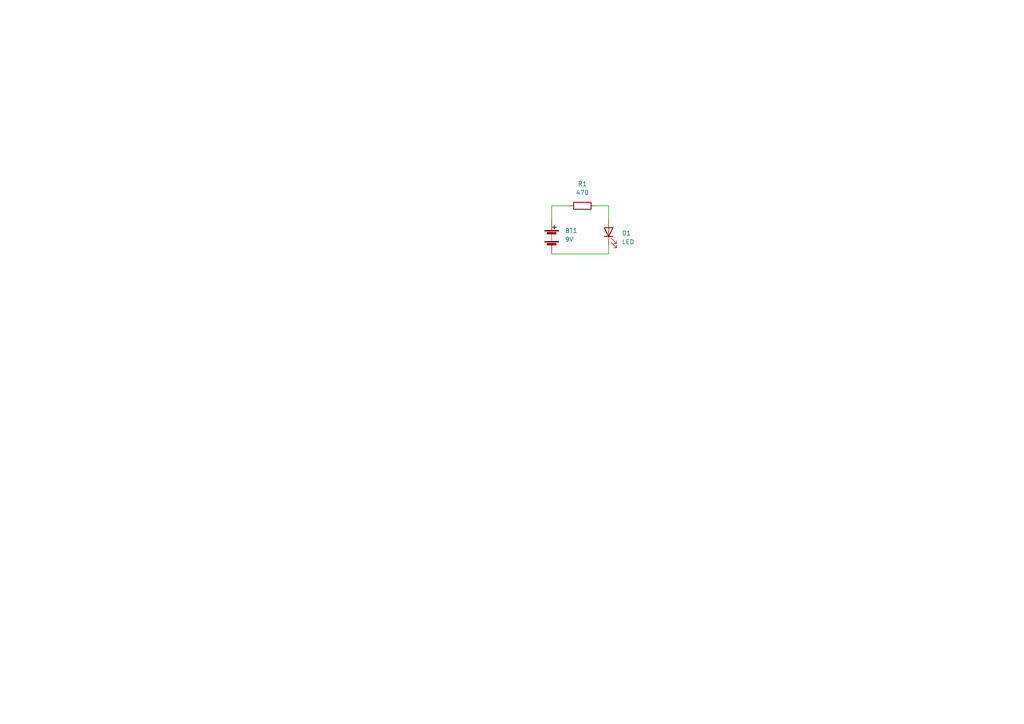
<source format=kicad_sch>
(kicad_sch (version 20211123) (generator eeschema)

  (uuid a50f5046-faee-4d9f-8223-b83c5c251b21)

  (paper "A4")

  (lib_symbols
    (symbol "Device:Battery" (pin_numbers hide) (pin_names (offset 0) hide) (in_bom yes) (on_board yes)
      (property "Reference" "BT" (id 0) (at 2.54 2.54 0)
        (effects (font (size 1.27 1.27)) (justify left))
      )
      (property "Value" "Battery" (id 1) (at 2.54 0 0)
        (effects (font (size 1.27 1.27)) (justify left))
      )
      (property "Footprint" "" (id 2) (at 0 1.524 90)
        (effects (font (size 1.27 1.27)) hide)
      )
      (property "Datasheet" "~" (id 3) (at 0 1.524 90)
        (effects (font (size 1.27 1.27)) hide)
      )
      (property "ki_keywords" "batt voltage-source cell" (id 4) (at 0 0 0)
        (effects (font (size 1.27 1.27)) hide)
      )
      (property "ki_description" "Multiple-cell battery" (id 5) (at 0 0 0)
        (effects (font (size 1.27 1.27)) hide)
      )
      (symbol "Battery_0_1"
        (rectangle (start -2.032 -1.397) (end 2.032 -1.651)
          (stroke (width 0) (type default) (color 0 0 0 0))
          (fill (type outline))
        )
        (rectangle (start -2.032 1.778) (end 2.032 1.524)
          (stroke (width 0) (type default) (color 0 0 0 0))
          (fill (type outline))
        )
        (rectangle (start -1.3208 -1.9812) (end 1.27 -2.4892)
          (stroke (width 0) (type default) (color 0 0 0 0))
          (fill (type outline))
        )
        (rectangle (start -1.3208 1.1938) (end 1.27 0.6858)
          (stroke (width 0) (type default) (color 0 0 0 0))
          (fill (type outline))
        )
        (polyline
          (pts
            (xy 0 -1.524)
            (xy 0 -1.27)
          )
          (stroke (width 0) (type default) (color 0 0 0 0))
          (fill (type none))
        )
        (polyline
          (pts
            (xy 0 -1.016)
            (xy 0 -0.762)
          )
          (stroke (width 0) (type default) (color 0 0 0 0))
          (fill (type none))
        )
        (polyline
          (pts
            (xy 0 -0.508)
            (xy 0 -0.254)
          )
          (stroke (width 0) (type default) (color 0 0 0 0))
          (fill (type none))
        )
        (polyline
          (pts
            (xy 0 0)
            (xy 0 0.254)
          )
          (stroke (width 0) (type default) (color 0 0 0 0))
          (fill (type none))
        )
        (polyline
          (pts
            (xy 0 0.508)
            (xy 0 0.762)
          )
          (stroke (width 0) (type default) (color 0 0 0 0))
          (fill (type none))
        )
        (polyline
          (pts
            (xy 0 1.778)
            (xy 0 2.54)
          )
          (stroke (width 0) (type default) (color 0 0 0 0))
          (fill (type none))
        )
        (polyline
          (pts
            (xy 0.254 2.667)
            (xy 1.27 2.667)
          )
          (stroke (width 0.254) (type default) (color 0 0 0 0))
          (fill (type none))
        )
        (polyline
          (pts
            (xy 0.762 3.175)
            (xy 0.762 2.159)
          )
          (stroke (width 0.254) (type default) (color 0 0 0 0))
          (fill (type none))
        )
      )
      (symbol "Battery_1_1"
        (pin passive line (at 0 5.08 270) (length 2.54)
          (name "+" (effects (font (size 1.27 1.27))))
          (number "1" (effects (font (size 1.27 1.27))))
        )
        (pin passive line (at 0 -5.08 90) (length 2.54)
          (name "-" (effects (font (size 1.27 1.27))))
          (number "2" (effects (font (size 1.27 1.27))))
        )
      )
    )
    (symbol "Device:LED" (pin_numbers hide) (pin_names (offset 1.016) hide) (in_bom yes) (on_board yes)
      (property "Reference" "D" (id 0) (at 0 2.54 0)
        (effects (font (size 1.27 1.27)))
      )
      (property "Value" "LED" (id 1) (at 0 -2.54 0)
        (effects (font (size 1.27 1.27)))
      )
      (property "Footprint" "" (id 2) (at 0 0 0)
        (effects (font (size 1.27 1.27)) hide)
      )
      (property "Datasheet" "~" (id 3) (at 0 0 0)
        (effects (font (size 1.27 1.27)) hide)
      )
      (property "ki_keywords" "LED diode" (id 4) (at 0 0 0)
        (effects (font (size 1.27 1.27)) hide)
      )
      (property "ki_description" "Light emitting diode" (id 5) (at 0 0 0)
        (effects (font (size 1.27 1.27)) hide)
      )
      (property "ki_fp_filters" "LED* LED_SMD:* LED_THT:*" (id 6) (at 0 0 0)
        (effects (font (size 1.27 1.27)) hide)
      )
      (symbol "LED_0_1"
        (polyline
          (pts
            (xy -1.27 -1.27)
            (xy -1.27 1.27)
          )
          (stroke (width 0.254) (type default) (color 0 0 0 0))
          (fill (type none))
        )
        (polyline
          (pts
            (xy -1.27 0)
            (xy 1.27 0)
          )
          (stroke (width 0) (type default) (color 0 0 0 0))
          (fill (type none))
        )
        (polyline
          (pts
            (xy 1.27 -1.27)
            (xy 1.27 1.27)
            (xy -1.27 0)
            (xy 1.27 -1.27)
          )
          (stroke (width 0.254) (type default) (color 0 0 0 0))
          (fill (type none))
        )
        (polyline
          (pts
            (xy -3.048 -0.762)
            (xy -4.572 -2.286)
            (xy -3.81 -2.286)
            (xy -4.572 -2.286)
            (xy -4.572 -1.524)
          )
          (stroke (width 0) (type default) (color 0 0 0 0))
          (fill (type none))
        )
        (polyline
          (pts
            (xy -1.778 -0.762)
            (xy -3.302 -2.286)
            (xy -2.54 -2.286)
            (xy -3.302 -2.286)
            (xy -3.302 -1.524)
          )
          (stroke (width 0) (type default) (color 0 0 0 0))
          (fill (type none))
        )
      )
      (symbol "LED_1_1"
        (pin passive line (at -3.81 0 0) (length 2.54)
          (name "K" (effects (font (size 1.27 1.27))))
          (number "1" (effects (font (size 1.27 1.27))))
        )
        (pin passive line (at 3.81 0 180) (length 2.54)
          (name "A" (effects (font (size 1.27 1.27))))
          (number "2" (effects (font (size 1.27 1.27))))
        )
      )
    )
    (symbol "Device:R" (pin_numbers hide) (pin_names (offset 0)) (in_bom yes) (on_board yes)
      (property "Reference" "R" (id 0) (at 2.032 0 90)
        (effects (font (size 1.27 1.27)))
      )
      (property "Value" "R" (id 1) (at 0 0 90)
        (effects (font (size 1.27 1.27)))
      )
      (property "Footprint" "" (id 2) (at -1.778 0 90)
        (effects (font (size 1.27 1.27)) hide)
      )
      (property "Datasheet" "~" (id 3) (at 0 0 0)
        (effects (font (size 1.27 1.27)) hide)
      )
      (property "ki_keywords" "R res resistor" (id 4) (at 0 0 0)
        (effects (font (size 1.27 1.27)) hide)
      )
      (property "ki_description" "Resistor" (id 5) (at 0 0 0)
        (effects (font (size 1.27 1.27)) hide)
      )
      (property "ki_fp_filters" "R_*" (id 6) (at 0 0 0)
        (effects (font (size 1.27 1.27)) hide)
      )
      (symbol "R_0_1"
        (rectangle (start -1.016 -2.54) (end 1.016 2.54)
          (stroke (width 0.254) (type default) (color 0 0 0 0))
          (fill (type none))
        )
      )
      (symbol "R_1_1"
        (pin passive line (at 0 3.81 270) (length 1.27)
          (name "~" (effects (font (size 1.27 1.27))))
          (number "1" (effects (font (size 1.27 1.27))))
        )
        (pin passive line (at 0 -3.81 90) (length 1.27)
          (name "~" (effects (font (size 1.27 1.27))))
          (number "2" (effects (font (size 1.27 1.27))))
        )
      )
    )
  )


  (wire (pts (xy 176.53 59.69) (xy 176.53 63.5))
    (stroke (width 0) (type default) (color 0 0 0 0))
    (uuid 11136cbb-e10c-4994-9e55-2ba22f56ff88)
  )
  (wire (pts (xy 160.02 73.66) (xy 176.53 73.66))
    (stroke (width 0) (type default) (color 0 0 0 0))
    (uuid 3ab5e458-3d07-407c-94e0-7186b8b99a0b)
  )
  (wire (pts (xy 172.72 59.69) (xy 176.53 59.69))
    (stroke (width 0) (type default) (color 0 0 0 0))
    (uuid 71f3e428-b302-4bff-a69b-9d05aab2b4c7)
  )
  (wire (pts (xy 160.02 63.5) (xy 160.02 59.69))
    (stroke (width 0) (type default) (color 0 0 0 0))
    (uuid 85f4dd83-2042-472c-8c07-3188b34e7e40)
  )
  (wire (pts (xy 176.53 73.66) (xy 176.53 71.12))
    (stroke (width 0) (type default) (color 0 0 0 0))
    (uuid a524bb87-8a5c-4432-92b9-2567462a6901)
  )
  (wire (pts (xy 160.02 59.69) (xy 165.1 59.69))
    (stroke (width 0) (type default) (color 0 0 0 0))
    (uuid b0a1650f-dab6-4f3c-89f9-eaa61014f8ba)
  )

  (symbol (lib_id "Device:LED") (at 176.53 67.31 90) (unit 1)
    (in_bom yes) (on_board yes) (fields_autoplaced)
    (uuid b349650e-9b14-42b5-bada-e10ae85a0517)
    (property "Reference" "D1" (id 0) (at 180.34 67.6274 90)
      (effects (font (size 1.27 1.27)) (justify right))
    )
    (property "Value" "LED" (id 1) (at 180.34 70.1674 90)
      (effects (font (size 1.27 1.27)) (justify right))
    )
    (property "Footprint" "LED_THT:LED_D5.0mm" (id 2) (at 176.53 67.31 0)
      (effects (font (size 1.27 1.27)) hide)
    )
    (property "Datasheet" "~" (id 3) (at 176.53 67.31 0)
      (effects (font (size 1.27 1.27)) hide)
    )
    (pin "1" (uuid 4c3fb3f1-493b-4ee5-b722-229e54460e2d))
    (pin "2" (uuid 3db97ea0-34b7-4e8e-8642-8a8161a03f72))
  )

  (symbol (lib_id "Device:R") (at 168.91 59.69 90) (unit 1)
    (in_bom yes) (on_board yes) (fields_autoplaced)
    (uuid b9bd073c-e8ed-48d5-9684-dfb11ef18bbb)
    (property "Reference" "R1" (id 0) (at 168.91 53.34 90))
    (property "Value" "470" (id 1) (at 168.91 55.88 90))
    (property "Footprint" "Resistor_THT:R_Axial_DIN0207_L6.3mm_D2.5mm_P15.24mm_Horizontal" (id 2) (at 168.91 61.468 90)
      (effects (font (size 1.27 1.27)) hide)
    )
    (property "Datasheet" "~" (id 3) (at 168.91 59.69 0)
      (effects (font (size 1.27 1.27)) hide)
    )
    (pin "1" (uuid 0a643d04-73cf-494e-ae32-4a48d1ca6160))
    (pin "2" (uuid 8252d1be-f954-4cf3-88e7-8cf32ee8c30d))
  )

  (symbol (lib_id "Device:Battery") (at 160.02 68.58 0) (unit 1)
    (in_bom yes) (on_board yes) (fields_autoplaced)
    (uuid ec7547e9-c782-4ba7-95bf-9fe827a7b4bf)
    (property "Reference" "BT1" (id 0) (at 163.83 66.9289 0)
      (effects (font (size 1.27 1.27)) (justify left))
    )
    (property "Value" "9V" (id 1) (at 163.83 69.4689 0)
      (effects (font (size 1.27 1.27)) (justify left))
    )
    (property "Footprint" "Connector_PinHeader_2.54mm:PinHeader_1x02_P2.54mm_Vertical" (id 2) (at 160.02 67.056 90)
      (effects (font (size 1.27 1.27)) hide)
    )
    (property "Datasheet" "~" (id 3) (at 160.02 67.056 90)
      (effects (font (size 1.27 1.27)) hide)
    )
    (pin "1" (uuid 7646359d-5b26-4321-865e-9269136c09bb))
    (pin "2" (uuid 1724e74c-a8ca-4141-8dfd-0d29f5cbc027))
  )

  (sheet_instances
    (path "/" (page "1"))
  )

  (symbol_instances
    (path "/ec7547e9-c782-4ba7-95bf-9fe827a7b4bf"
      (reference "BT1") (unit 1) (value "9V") (footprint "Connector_PinHeader_2.54mm:PinHeader_1x02_P2.54mm_Vertical")
    )
    (path "/b349650e-9b14-42b5-bada-e10ae85a0517"
      (reference "D1") (unit 1) (value "LED") (footprint "LED_THT:LED_D5.0mm")
    )
    (path "/b9bd073c-e8ed-48d5-9684-dfb11ef18bbb"
      (reference "R1") (unit 1) (value "470") (footprint "Resistor_THT:R_Axial_DIN0207_L6.3mm_D2.5mm_P15.24mm_Horizontal")
    )
  )
)

</source>
